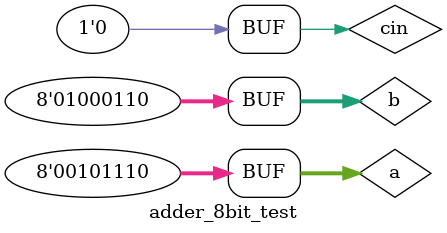
<source format=v>
`timescale 1ns / 1ns
module adder_8bit_test();
    reg [7:0] a, b;
    reg cin;
    wire [7:0] r;
    wire cout;

    adder_8bit adder(a, b, cin, r, cout);
    initial begin
        cin = 1'b0;
        {a, b} = {8'b0000_0001, 8'b0000_0010};
        #100 {a, b} = {8'b0000_1110, 8'b0000_0110};
        #100 {a, b} = {8'b0010_1110, 8'b0100_0110};
        #100 cin = 1'b1;
        #100 cin = 1'b0;
        #100;
    end
endmodule
</source>
